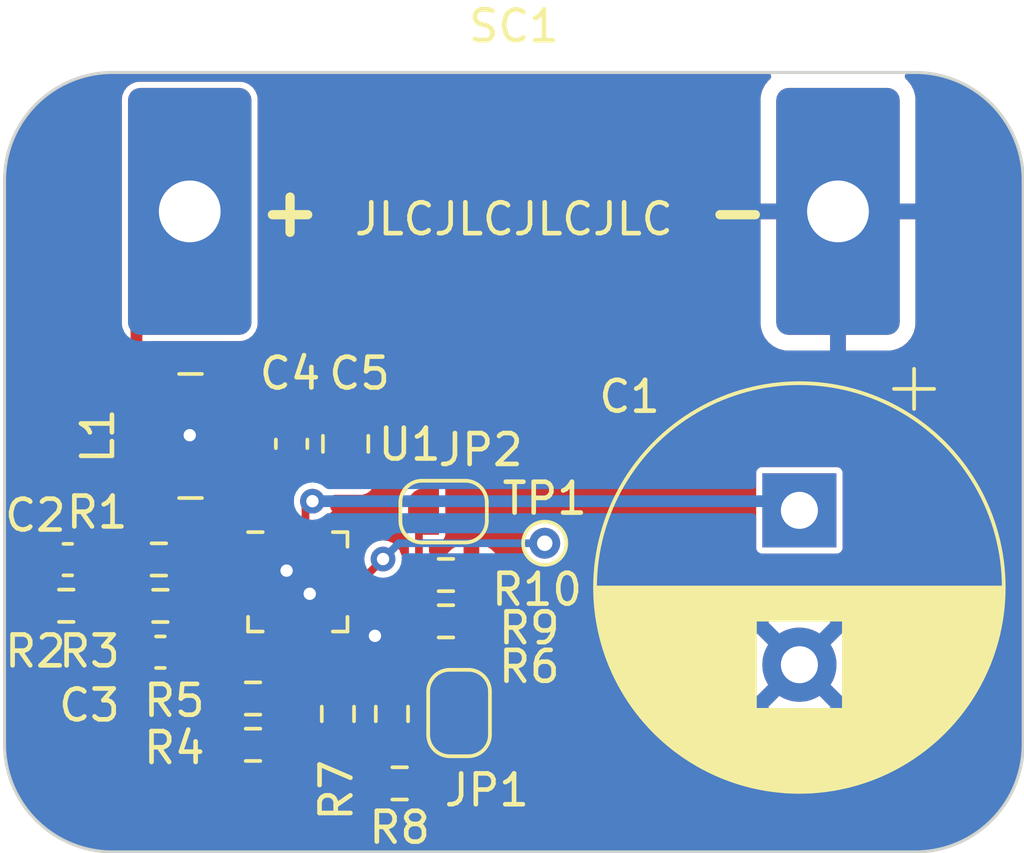
<source format=kicad_pcb>
(kicad_pcb (version 20211014) (generator pcbnew)
  (layers (0 "F.Cu" signal) (31 "B.Cu" signal) (34 "B.Paste" user) (35 "F.Paste" user) (36 "B.SilkS" user "B.Silkscreen") (37 "F.SilkS" user "F.Silkscreen") (38 "B.Mask" user) (39 "F.Mask" user) (44 "Edge.Cuts" user))
  (net 0 "")
  (net 1 "CAP")
  (net 2 "GND")
  (net 3 "SOLAR")
  (net 4 "Net-(C3-Pad2)")
  (net 5 "SOLAR_OUT")
  (net 6 "Net-(JP1-Pad2)")
  (net 7 "Net-(L1-Pad2)")
  (net 8 "Net-(R1-Pad2)")
  (net 9 "Net-(R2-Pad2)")
  (net 10 "Net-(R4-Pad2)")
  (net 11 "Net-(R5-Pad2)")
  (net 12 "Net-(JP2-Pad2)")
  (net 13 "Net-(R6-Pad2)")
  (net 14 "Net-(TP1-Pad1)")
  (footprint "Resistor_SMD:R_0603_1608Metric" (layer "F.Cu") (at 150.550001 119.979998)
    (fp_text reference "R5" (at -2.550001 -1.43) (layer "F.SilkS"))
    (fp_text value "5.1M")
    (fp_line (start -0.237258 0.5225) (end 0.237258 0.5225) (layer "F.SilkS") (width 0.12))
    (fp_line (start -0.237258 -0.5225) (end 0.237258 -0.5225) (layer "F.SilkS") (width 0.12))
    (pad "1" smd roundrect (at -0.825 0) (size 0.8 0.95) (layers "F.Cu" "F.Paste" "F.Mask") (net 10 "Net-(R4-Pad2)"))
    (pad "2" smd roundrect (at 0.825 0) (size 0.8 0.95) (layers "F.Cu" "F.Paste" "F.Mask") (net 11 "Net-(R5-Pad2)"))
  )
  (footprint "Resistor_SMD:R_0603_1608Metric" (layer "F.Cu") (at 153.300001 118.979998 -90)
    (fp_text reference "R7" (at 2.470002 0.050001 90) (layer "F.SilkS"))
    (fp_text value "5.1M")
    (fp_line (start -0.237258 -0.5225) (end 0.237258 -0.5225) (layer "F.SilkS") (width 0.12))
    (fp_line (start -0.237258 0.5225) (end 0.237258 0.5225) (layer "F.SilkS") (width 0.12))
    (pad "1" smd roundrect (at -0.825 0 270) (size 0.8 0.95) (layers "F.Cu" "F.Paste" "F.Mask") (net 13 "Net-(R6-Pad2)"))
    (pad "2" smd roundrect (at 0.825 0 270) (size 0.8 0.95) (layers "F.Cu" "F.Paste" "F.Mask") (net 11 "Net-(R5-Pad2)"))
  )
  (footprint "Capacitor_SMD:C_0603_1608Metric" (layer "F.Cu") (at 151.800001 110.229998 -90)
    (fp_text reference "C4" (at -2.279998 0.050001 180) (layer "F.SilkS"))
    (fp_text value "0.1uF")
    (fp_line (start -0.14058 0.51) (end 0.14058 0.51) (layer "F.SilkS") (width 0.12))
    (fp_line (start -0.14058 -0.51) (end 0.14058 -0.51) (layer "F.SilkS") (width 0.12))
    (pad "1" smd roundrect locked (at -0.775 0 270) (size 0.9 0.95) (layers "F.Cu" "F.Paste" "F.Mask") (net 2 "GND"))
    (pad "2" smd roundrect locked (at 0.775 0 270) (size 0.9 0.95) (layers "F.Cu" "F.Paste" "F.Mask") (net 5 "SOLAR_OUT"))
  )
  (footprint "Capacitor_SMD:C_0603_1608Metric" (layer "F.Cu") (at 147.550001 116.979998)
    (fp_text reference "C3" (at -2.300001 1.720002) (layer "F.SilkS"))
    (fp_text value "10nF")
    (fp_line (start -0.14058 0.51) (end 0.14058 0.51) (layer "F.SilkS") (width 0.12))
    (fp_line (start -0.14058 -0.51) (end 0.14058 -0.51) (layer "F.SilkS") (width 0.12))
    (pad "1" smd roundrect (at -0.775 0) (size 0.9 0.95) (layers "F.Cu" "F.Paste" "F.Mask") (net 2 "GND"))
    (pad "2" smd roundrect (at 0.775 0) (size 0.9 0.95) (layers "F.Cu" "F.Paste" "F.Mask") (net 4 "Net-(C3-Pad2)"))
  )
  (footprint "Jumper:SolderJumper-2_P1.3mm_Open_RoundedPad1.0x1.5mm" (layer "F.Cu") (at 157.224999 118.949995 -90)
    (fp_text reference "JP1" (at 2.5 -0.9) (layer "F.SilkS"))
    (fp_text value "~")
    (fp_line (start 1.4 -0.3) (end 1.4 0.3) (layer "F.SilkS") (width 0.12))
    (fp_line (start -1.4 0.3) (end -1.4 -0.3) (layer "F.SilkS") (width 0.12))
    (fp_line (start -0.7 -1) (end 0.7 -1) (layer "F.SilkS") (width 0.12))
    (fp_line (start 0.7 1) (end -0.7 1) (layer "F.SilkS") (width 0.12))
    (fp_arc (start 1.4 0.3) (mid 1.194975 0.794975) (end 0.7 1) (layer "F.SilkS") (width 0.12))
    (fp_arc (start -0.7 1) (mid -1.194975 0.794975) (end -1.4 0.3) (layer "F.SilkS") (width 0.12))
    (fp_arc (start -1.4 -0.3) (mid -1.194975 -0.794975) (end -0.7 -1) (layer "F.SilkS") (width 0.12))
    (fp_arc (start 0.7 -1) (mid 1.194975 -0.794975) (end 1.4 -0.3) (layer "F.SilkS") (width 0.12))
    (pad "1" smd custom (at -0.65 0 270) (size 1 0.5) (layers "F.Cu" "F.Mask") (net 2 "GND") (options (clearance outline) (anchor rect)) (primitives (gr_circle (center 0 0.25) (end 0.5 0.25) (width 0) (fill yes)) (gr_circle (center 0 -0.25) (end 0.5 -0.25) (width 0) (fill yes)) (gr_poly (pts (xy 0.5 0.75) (xy 0 0.75) (xy 0 -0.75) (xy 0.5 -0.75)) (width 0) (fill yes))))
    (pad "2" smd custom (at 0.65 0 270) (size 1 0.5) (layers "F.Cu" "F.Mask") (net 6 "Net-(JP1-Pad2)") (options (clearance outline) (anchor rect)) (primitives (gr_circle (center 0 0.25) (end 0.5 0.25) (width 0) (fill yes)) (gr_circle (center 0 -0.25) (end 0.5 -0.25) (width 0) (fill yes)) (gr_poly (pts (xy 0 0.75) (xy -0.5 0.75) (xy -0.5 -0.75) (xy 0 -0.75)) (width 0) (fill yes))))
  )
  (footprint "misc:KXOB25-05X3F" (layer "F.Cu") (at 159 102.7)
    (fp_text reference "SC1" (at 0 -6 unlocked) (layer "F.SilkS"))
    (fp_text value "Solar_Cell")
    (fp_text user "+" (at -7.25 0 unlocked) (layer "F.SilkS") (effects (font (size 1.5 1.5) (thickness 0.3))))
    (fp_text user "-" (at 7.25 0 unlocked) (layer "F.SilkS") (effects (font (size 1.5 1.5) (thickness 0.3))))
    (pad "1" thru_hole roundrect (at -10.5 0) (size 4 8) (drill 2) (layers *.Cu "F.Mask") (roundrect_rratio 0.1) (net 3 "SOLAR"))
    (pad "2" thru_hole roundrect (at 10.5 0) (size 4 8) (drill 2) (layers *.Cu "F.Mask") (roundrect_rratio 0.1) (net 2 "GND"))
  )
  (footprint "Resistor_SMD:R_0603_1608Metric" (layer "F.Cu") (at 155.050001 118.979998 -90)
    (fp_text reference "R6" (at -1.529998 -4.449999 180) (layer "F.SilkS"))
    (fp_text value "5.1M")
    (fp_line (start -0.237258 0.5225) (end 0.237258 0.5225) (layer "F.SilkS") (width 0.12))
    (fp_line (start -0.237258 -0.5225) (end 0.237258 -0.5225) (layer "F.SilkS") (width 0.12))
    (pad "1" smd roundrect locked (at -0.825 0 270) (size 0.8 0.95) (layers "F.Cu" "F.Paste" "F.Mask") (net 2 "GND"))
    (pad "2" smd roundrect locked (at 0.825 0 270) (size 0.8 0.95) (layers "F.Cu" "F.Paste" "F.Mask") (net 13 "Net-(R6-Pad2)"))
  )
  (footprint "Resistor_SMD:R_0603_1608Metric" (layer "F.Cu") (at 147.550001 115.479998)
    (fp_text reference "R3" (at -2.300001 1.470002) (layer "F.SilkS"))
    (fp_text value "5.9M")
    (fp_line (start -0.237258 0.5225) (end 0.237258 0.5225) (layer "F.SilkS") (width 0.12))
    (fp_line (start -0.237258 -0.5225) (end 0.237258 -0.5225) (layer "F.SilkS") (width 0.12))
    (pad "1" smd roundrect (at -0.825 0) (size 0.8 0.95) (layers "F.Cu" "F.Paste" "F.Mask") (net 9 "Net-(R2-Pad2)"))
    (pad "2" smd roundrect (at 0.825 0) (size 0.8 0.95) (layers "F.Cu" "F.Paste" "F.Mask") (net 8 "Net-(R1-Pad2)"))
  )
  (footprint "Jumper:SolderJumper-2_P1.3mm_Open_RoundedPad1.0x1.5mm" (layer "F.Cu") (at 156.72452 112.425477 180)
    (fp_text reference "JP2" (at -1.200001 2.000001) (layer "F.SilkS"))
    (fp_text value "SolderJumper_2_Open")
    (fp_line (start -0.7 -1) (end 0.7 -1) (layer "F.SilkS") (width 0.12))
    (fp_line (start 0.7 1) (end -0.7 1) (layer "F.SilkS") (width 0.12))
    (fp_line (start 1.4 -0.3) (end 1.4 0.3) (layer "F.SilkS") (width 0.12))
    (fp_line (start -1.4 0.3) (end -1.4 -0.3) (layer "F.SilkS") (width 0.12))
    (fp_arc (start 0.7 -1) (mid 1.194975 -0.794975) (end 1.4 -0.3) (layer "F.SilkS") (width 0.12))
    (fp_arc (start 1.4 0.3) (mid 1.194975 0.794975) (end 0.7 1) (layer "F.SilkS") (width 0.12))
    (fp_arc (start -0.7 1) (mid -1.194975 0.794975) (end -1.4 0.3) (layer "F.SilkS") (width 0.12))
    (fp_arc (start -1.4 -0.3) (mid -1.194975 -0.794975) (end -0.7 -1) (layer "F.SilkS") (width 0.12))
    (pad "1" smd custom (at -0.65 0 180) (size 1 0.5) (layers "F.Cu" "F.Mask") (net 2 "GND") (options (clearance outline) (anchor rect)) (primitives (gr_circle (center 0 0.25) (end 0.5 0.25) (width 0) (fill yes)) (gr_circle (center 0 -0.25) (end 0.5 -0.25) (width 0) (fill yes)) (gr_poly (pts (xy 0.5 0.75) (xy 0 0.75) (xy 0 -0.75) (xy 0.5 -0.75)) (width 0) (fill yes))))
    (pad "2" smd custom (at 0.65 0 180) (size 1 0.5) (layers "F.Cu" "F.Mask") (net 12 "Net-(JP2-Pad2)") (options (clearance outline) (anchor rect)) (primitives (gr_circle (center 0 0.25) (end 0.5 0.25) (width 0) (fill yes)) (gr_circle (center 0 -0.25) (end 0.5 -0.25) (width 0) (fill yes)) (gr_poly (pts (xy 0 0.75) (xy -0.5 0.75) (xy -0.5 -0.75) (xy 0 -0.75)) (width 0) (fill yes))))
  )
  (footprint "Resistor_SMD:R_0603_1608Metric" (layer "F.Cu") (at 144.499999 115.475476)
    (fp_text reference "R2" (at -0.999999 1.474524) (layer "F.SilkS"))
    (fp_text value "10M")
    (fp_line (start -0.237258 -0.5225) (end 0.237258 -0.5225) (layer "F.SilkS") (width 0.12))
    (fp_line (start -0.237258 0.5225) (end 0.237258 0.5225) (layer "F.SilkS") (width 0.12))
    (pad "1" smd roundrect locked (at -0.825 0) (size 0.8 0.95) (layers "F.Cu" "F.Paste" "F.Mask") (net 2 "GND"))
    (pad "2" smd roundrect locked (at 0.825 0) (size 0.8 0.95) (layers "F.Cu" "F.Paste" "F.Mask") (net 9 "Net-(R2-Pad2)"))
  )
  (footprint "Resistor_SMD:R_0603_1608Metric" (layer "F.Cu") (at 155.300001 121.229998 180)
    (fp_text reference "R8" (at 0 -1.43) (layer "F.SilkS"))
    (fp_text value "1M")
    (fp_line (start -0.237258 -0.5225) (end 0.237258 -0.5225) (layer "F.SilkS") (width 0.12))
    (fp_line (start -0.237258 0.5225) (end 0.237258 0.5225) (layer "F.SilkS") (width 0.12))
    (pad "1" smd roundrect (at -0.825 0 180) (size 0.8 0.95) (layers "F.Cu" "F.Paste" "F.Mask") (net 6 "Net-(JP1-Pad2)"))
    (pad "2" smd roundrect (at 0.825 0 180) (size 0.8 0.95) (layers "F.Cu" "F.Paste" "F.Mask") (net 11 "Net-(R5-Pad2)"))
  )
  (footprint "TestPoint:TestPoint_THTPad_D1.0mm_Drill0.5mm" (layer "F.Cu") (at 160 113.45)
    (fp_text reference "TP1" (at 0 -1.448) (layer "F.SilkS"))
    (fp_text value "VBAT_OK")
    (fp_circle (center 0 0) (end 0 0.7) (layer "F.SilkS") (width 0.12) (fill none))
    (pad "1" thru_hole circle (at 0 0) (size 1 1) (drill 0.5) (layers *.Cu *.Mask) (net 14 "Net-(TP1-Pad1)"))
  )
  (footprint "Package_DFN_QFN:QFN-16-1EP_3x3mm_P0.5mm_EP1.7x1.7mm" (layer "F.Cu") (at 151.999998 114.699995)
    (fp_text reference "U1" (at 3.625002 -4.449995) (layer "F.SilkS"))
    (fp_text value "~")
    (fp_line (start -1.135 1.61) (end -1.61 1.61) (layer "F.SilkS") (width 0.12))
    (fp_line (start -1.135 -1.61) (end -1.61 -1.61) (layer "F.SilkS") (width 0.12))
    (fp_line (start 1.61 1.61) (end 1.61 1.135) (layer "F.SilkS") (width 0.12))
    (fp_line (start 1.135 1.61) (end 1.61 1.61) (layer "F.SilkS") (width 0.12))
    (fp_line (start 1.135 -1.61) (end 1.61 -1.61) (layer "F.SilkS") (width 0.12))
    (fp_line (start -1.61 1.61) (end -1.61 1.135) (layer "F.SilkS") (width 0.12))
    (fp_line (start 1.61 -1.61) (end 1.61 -1.135) (layer "F.SilkS") (width 0.12))
    (pad "1" smd roundrect (at -1.4625 -0.75) (size 0.825 0.25) (layers "F.Cu" "F.Paste" "F.Mask") (net 2 "GND"))
    (pad "2" smd roundrect (at -1.4625 -0.25) (size 0.825 0.25) (layers "F.Cu" "F.Paste" "F.Mask") (net 3 "SOLAR"))
    (pad "3" smd roundrect (at -1.4625 0.25) (size 0.825 0.25) (layers "F.Cu" "F.Paste" "F.Mask") (net 8 "Net-(R1-Pad2)"))
    (pad "4" smd roundrect (at -1.4625 0.75) (size 0.825 0.25) (layers "F.Cu" "F.Paste" "F.Mask") (net 4 "Net-(C3-Pad2)"))
    (pad "5" smd roundrect (at -0.75 1.4625) (size 0.25 0.825) (layers "F.Cu" "F.Paste" "F.Mask") (net 2 "GND"))
    (pad "6" smd roundrect (at -0.25 1.4625) (size 0.25 0.825) (layers "F.Cu" "F.Paste" "F.Mask") (net 10 "Net-(R4-Pad2)"))
    (pad "7" smd roundrect (at 0.25 1.4625) (size 0.25 0.825) (layers "F.Cu" "F.Paste" "F.Mask") (net 11 "Net-(R5-Pad2)"))
    (pad "8" smd roundrect (at 0.75 1.4625) (size 0.25 0.825) (layers "F.Cu" "F.Paste" "F.Mask") (net 13 "Net-(R6-Pad2)"))
    (pad "9" smd roundrect (at 1.4625 0.75) (size 0.825 0.25) (layers "F.Cu" "F.Paste" "F.Mask") (net 6 "Net-(JP1-Pad2)"))
    (pad "10" smd roundrect (at 1.4625 0.25) (size 0.825 0.25) (layers "F.Cu" "F.Paste" "F.Mask") (net 12 "Net-(JP2-Pad2)"))
    (pad "11" smd roundrect (at 1.4625 -0.25) (size 0.825 0.25) (layers "F.Cu" "F.Paste" "F.Mask") (net 14 "Net-(TP1-Pad1)"))
    (pad "12" smd roundrect (at 1.4625 -0.75) (size 0.825 0.25) (layers "F.Cu" "F.Paste" "F.Mask") (net 2 "GND"))
    (pad "13" smd roundrect (at 0.75 -1.4625) (size 0.25 0.825) (layers "F.Cu" "F.Paste" "F.Mask") (net 2 "GND"))
    (pad "14" smd roundrect (at 0.25 -1.4625) (size 0.25 0.825) (layers "F.Cu" "F.Paste" "F.Mask") (net 1 "CAP"))
    (pad "15" smd roundrect (at -0.25 -1.4625) (size 0.25 0.825) (layers "F.Cu" "F.Paste" "F.Mask") (net 5 "SOLAR_OUT"))
    (pad "16" smd roundrect (at -0.75 -1.4625) (size 0.25 0.825) (layers "F.Cu" "F.Paste" "F.Mask") (net 7 "Net-(L1-Pad2)"))
    (pad "17" smd rect (at 0 0) (size 1.7 1.7) (layers "F.Cu" "F.Mask") (net 2 "GND"))
  )
  (footprint "Resistor_SMD:R_0603_1608Metric" (layer "F.Cu") (at 150.550001 118.479998)
    (fp_text reference "R4" (at -2.550001 1.6) (layer "F.SilkS"))
    (fp_text value "5.1M")
    (fp_line (start -0.237258 -0.5225) (end 0.237258 -0.5225) (layer "F.SilkS") (width 0.12))
    (fp_line (start -0.237258 0.5225) (end 0.237258 0.5225) (layer "F.SilkS") (width 0.12))
    (pad "1" smd roundrect (at -0.825 0) (size 0.8 0.95) (layers "F.Cu" "F.Paste" "F.Mask") (net 2 "GND"))
    (pad "2" smd roundrect (at 0.825 0) (size 0.8 0.95) (layers "F.Cu" "F.Paste" "F.Mask") (net 10 "Net-(R4-Pad2)"))
  )
  (footprint "Resistor_SMD:R_0603_1608Metric" (layer "F.Cu") (at 156.800001 114.479998 180)
    (fp_text reference "R9" (at -2.699999 -1.720002) (layer "F.SilkS"))
    (fp_text value "4.12M")
    (fp_line (start -0.237258 0.5225) (end 0.237258 0.5225) (layer "F.SilkS") (width 0.12))
    (fp_line (start -0.237258 -0.5225) (end 0.237258 -0.5225) (layer "F.SilkS") (width 0.12))
    (pad "1" smd roundrect (at -0.825 0 180) (size 0.8 0.95) (layers "F.Cu" "F.Paste" "F.Mask") (net 2 "GND"))
    (pad "2" smd roundrect (at 0.825 0 180) (size 0.8 0.95) (layers "F.Cu" "F.Paste" "F.Mask") (net 12 "Net-(JP2-Pad2)"))
  )
  (footprint "Resistor_SMD:R_0603_1608Metric" (layer "F.Cu") (at 147.499996 113.975476)
    (fp_text reference "R1" (at -1.999996 -1.525476) (layer "F.SilkS"))
    (fp_text value "4.12M")
    (fp_line (start -0.237258 0.5225) (end 0.237258 0.5225) (layer "F.SilkS") (width 0.12))
    (fp_line (start -0.237258 -0.5225) (end 0.237258 -0.5225) (layer "F.SilkS") (width 0.12))
    (pad "1" smd roundrect locked (at -0.825 0) (size 0.8 0.95) (layers "F.Cu" "F.Paste" "F.Mask") (net 3 "SOLAR"))
    (pad "2" smd roundrect locked (at 0.825 0) (size 0.8 0.95) (layers "F.Cu" "F.Paste" "F.Mask") (net 8 "Net-(R1-Pad2)"))
  )
  (footprint "Resistor_SMD:R_0603_1608Metric" (layer "F.Cu") (at 156.800001 115.979998)
    (fp_text reference "R10" (at 2.949999 -1.029998) (layer "F.SilkS"))
    (fp_text value "4.87M")
    (fp_line (start -0.237258 -0.5225) (end 0.237258 -0.5225) (layer "F.SilkS") (width 0.12))
    (fp_line (start -0.237258 0.5225) (end 0.237258 0.5225) (layer "F.SilkS") (width 0.12))
    (pad "1" smd roundrect (at -0.825 0) (size 0.8 0.95) (layers "F.Cu" "F.Paste" "F.Mask") (net 6 "Net-(JP1-Pad2)"))
    (pad "2" smd roundrect (at 0.825 0) (size 0.8 0.95) (layers "F.Cu" "F.Paste" "F.Mask") (net 12 "Net-(JP2-Pad2)"))
  )
  (footprint "Capacitor_THT:CP_Radial_D13.0mm_P5.00mm" (layer "F.Cu") (at 168.25 112.384785 -90)
    (fp_text reference "C1" (at -3.684785 5.5 180) (layer "F.SilkS"))
    (fp_text value "Li Cap")
    (fp_line (start 8.821 -1.931) (end 8.821 1.931) (layer "F.SilkS") (width 0.12))
    (fp_line (start 3.981 -6.413) (end 3.981 -1.44) (layer "F.SilkS") (width 0.12))
    (fp_line (start 3.501 -6.505) (end 3.501 6.505) (layer "F.SilkS") (width 0.12))
    (fp_line (start 8.061 -3.554) (end 8.061 3.554) (layer "F.SilkS") (width 0.12))
    (fp_line (start 6.061 1.44) (end 6.061 5.542) (layer "F.SilkS") (width 0.12))
    (fp_line (start 8.581 -2.579) (end 8.581 2.579) (layer "F.SilkS") (width 0.12))
    (fp_line (start 4.781 -6.175) (end 4.781 -1.44) (layer "F.SilkS") (width 0.12))
    (fp_line (start 4.581 -6.245) (end 4.581 -1.44) (layer "F.SilkS") (width 0.12))
    (fp_line (start 2.9 -6.568) (end 2.9 6.568) (layer "F.SilkS") (width 0.12))
    (fp_line (start 5.341 1.44) (end 5.341 5.94) (layer "F.SilkS") (width 0.12))
    (fp_line (start 3.781 -6.456) (end 3.781 -1.44) (layer "F.SilkS") (width 0.12))
    (fp_line (start 6.661 -5.11) (end 6.661 5.11) (layer "F.SilkS") (width 0.12))
    (fp_line (start 5.341 -5.94) (end 5.341 -1.44) (layer "F.SilkS") (width 0.12))
    (fp_line (start 4.381 1.44) (end 4.381 6.308) (layer "F.SilkS") (width 0.12))
    (fp_line (start 4.221 1.44) (end 4.221 6.353) (layer "F.SilkS") (width 0.12))
    (fp_line (start 4.221 -6.353) (end 4.221 -1.44) (layer "F.SilkS") (width 0.12))
    (fp_line (start 5.941 1.44) (end 5.941 5.617) (layer "F.SilkS") (width 0.12))
    (fp_line (start 3.861 1.44) (end 3.861 6.439) (layer "F.SilkS") (width 0.12))
    (fp_line (start 5.261 -5.978) (end 5.261 -1.44) (layer "F.SilkS") (width 0.12))
    (fp_line (start 3.341 -6.527) (end 3.341 6.527) (layer "F.SilkS") (width 0.12))
    (fp_line (start 8.221 -3.293) (end 8.221 3.293) (layer "F.SilkS") (width 0.12))
    (fp_line (start 3.581 1.44) (end 3.581 6.492) (layer "F.SilkS") (width 0.12))
    (fp_line (start 2.86 -6.571) (end 2.86 6.571) (layer "F.SilkS") (width 0.12))
    (fp_line (start 4.661 -6.218) (end 4.661 -1.44) (layer "F.SilkS") (width 0.12))
    (fp_line (start 4.421 -6.296) (end 4.421 -1.44) (layer "F.SilkS") (width 0.12))
    (fp_line (start 7.021 -4.797) (end 7.021 4.797) (layer "F.SilkS") (width 0.12))
    (fp_line (start 6.221 -5.436) (end 6.221 -1.44) (layer "F.SilkS") (width 0.12))
    (fp_line (start 4.621 1.44) (end 4.621 6.232) (layer "F.SilkS") (width 0.12))
    (fp_line (start 8.141 -3.427) (end 8.141 3.427) (layer "F.SilkS") (width 0.12))
    (fp_line (start 6.781 -5.011) (end 6.781 5.011) (layer "F.SilkS") (width 0.12))
    (fp_line (start 6.981 -4.834) (end 6.981 4.834) (layer "F.SilkS") (width 0.12))
    (fp_line (start 5.981 -5.592) (end 5.981 -1.44) (layer "F.SilkS") (width 0.12))
    (fp_line (start 3.701 -6.471) (end 3.701 -1.44) (layer "F.SilkS") (width 0.12))
    (fp_line (start 7.581 -4.205) (end 7.581 4.205) (layer "F.SilkS") (width 0.12))
    (fp_line (start 7.101 -4.721) (end 7.101 4.721) (layer "F.SilkS") (width 0.12))
    (fp_line (start 4.821 -6.161) (end 4.821 -1.44) (layer "F.SilkS") (width 0.12))
    (fp_line (start 5.101 -6.049) (end 5.101 -1.44) (layer "F.SilkS") (width 0.12))
    (fp_line (start 5.421 1.44) (end 5.421 5.902) (layer "F.SilkS") (width 0.12))
    (fp_line (start 5.821 1.44) (end 5.821 5.688) (layer "F.SilkS") (width 0.12))
    (fp_line (start 4.741 1.44) (end 4.741 6.19) (layer "F.SilkS") (width 0.12))
    (fp_line (start 4.181 -6.364) (end 4.181 -1.44) (layer "F.SilkS") (width 0.12))
    (fp_line (start 4.181 1.44) (end 4.181 6.364) (layer "F.SilkS") (width 0.12))
    (fp_line (start 6.941 -4.871) (end 6.941 4.871) (layer "F.SilkS") (width 0.12))
    (fp_line (start 4.901 -6.13) (end 4.901 -1.44) (layer "F.SilkS") (width 0.12))
    (fp_line (start 3.701 1.44) (end 3.701 6.471) (layer "F.SilkS") (width 0.12))
    (fp_line (start 3.861 -6.439) (end 3.861 -1.44) (layer "F.SilkS") (width 0.12))
    (fp_line (start 7.461 -4.345) (end 7.461 4.345) (layer "F.SilkS") (width 0.12))
    (fp_line (start 4.861 -6.146) (end 4.861 -1.44) (layer "F.SilkS") (width 0.12))
    (fp_line (start 5.781 -5.711) (end 5.781 -1.44) (layer "F.SilkS") (width 0.12))
    (fp_line (start 5.261 1.44) (end 5.261 5.978) (layer "F.SilkS") (width 0.12))
    (fp_line (start 4.101 1.44) (end 4.101 6.384) (layer "F.SilkS") (width 0.12))
    (fp_line (start 4.381 -6.308) (end 4.381 -1.44) (layer "F.SilkS") (width 0.12))
    (fp_line (start 6.821 -4.977) (end 6.821 4.977) (layer "F.SilkS") (width 0.12))
    (fp_line (start 3.941 1.44) (end 3.941 6.422) (layer "F.SilkS") (width 0.12))
    (fp_line (start 5.741 1.44) (end 5.741 5.733) (layer "F.SilkS") (width 0.12))
    (fp_line (start 4.821 1.44) (end 4.821 6.161) (layer "F.SilkS") (width 0.12))
    (fp_line (start -4.584569 -3.715) (end -3.284569 -3.715) (layer "F.SilkS") (width 0.12))
    (fp_line (start 7.741 -4.006) (end 7.741 4.006) (layer "F.SilkS") (width 0.12))
    (fp_line (start 2.7 -6.577) (end 2.7 6.577) (layer "F.SilkS") (width 0.12))
    (fp_line (start 6.301 -5.381) (end 6.301 -1.44) (layer "F.SilkS") (width 0.12))
    (fp_line (start 6.101 -5.516) (end 6.101 -1.44) (layer "F.SilkS") (width 0.12))
    (fp_line (start 8.621 -2.484) (end 8.621 2.484) (layer "F.SilkS") (width 0.12))
    (fp_line (start 2.94 -6.566) (end 2.94 6.566) (layer "F.SilkS") (width 0.12))
    (fp_line (start 4.501 -6.271) (end 4.501 -1.44) (layer "F.SilkS") (width 0.12))
    (fp_line (start 7.061 -4.76) (end 7.061 4.76) (layer "F.SilkS") (width 0.12))
    (fp_line (start 3.02 -6.56) (end 3.02 6.56) (layer "F.SilkS") (width 0.12))
    (fp_line (start 7.661 -4.108) (end 7.661 4.108) (layer "F.SilkS") (width 0.12))
    (fp_line (start 5.941 -5.617) (end 5.941 -1.44) (layer "F.SilkS") (width 0.12))
    (fp_line (start 6.021 1.44) (end 6.021 5.567) (layer "F.SilkS") (width 0.12))
    (fp_line (start 4.021 1.44) (end 4.021 6.404) (layer "F.SilkS") (width 0.12))
    (fp_line (start 3.621 -6.485) (end 3.621 -1.44) (layer "F.SilkS") (width 0.12))
    (fp_line (start 4.261 -6.342) (end 4.261 -1.44) (layer "F.SilkS") (width 0.12))
    (fp_line (start 6.301 1.44) (end 6.301 5.381) (layer "F.SilkS") (width 0.12))
    (fp_line (start 7.421 -4.39) (end 7.421 4.39) (layer "F.SilkS") (width 0.12))
    (fp_line (start 6.341 -5.353) (end 6.341 -1.44) (layer "F.SilkS") (width 0.12))
    (fp_line (start 5.781 1.44) (end 5.781 5.711) (layer "F.SilkS") (width 0.12))
    (fp_line (start 8.261 -3.223) (end 8.261 3.223) (layer "F.SilkS") (width 0.12))
    (fp_line (start 5.301 -5.959) (end 5.301 -1.44) (layer "F.SilkS") (width 0.12))
    (fp_line (start 4.541 -6.258) (end 4.541 -1.44) (layer "F.SilkS") (width 0.12))
    (fp_line (start 4.941 1.44) (end 4.941 6.114) (layer "F.SilkS") (width 0.12))
    (fp_line (start 7.981 -3.675) (end 7.981 3.675) (layer "F.SilkS") (width 0.12))
    (fp_line (start 2.78 -6.575) (end 2.78 6.575) (layer "F.SilkS") (width 0.12))
    (fp_line (start 4.581 1.44) (end 4.581 6.245) (layer "F.SilkS") (width 0.12))
    (fp_line (start 4.981 -6.098) (end 4.981 -1.44) (layer "F.SilkS") (width 0.12))
    (fp_line (start 6.861 -4.942) (end 6.861 4.942) (layer "F.SilkS") (width 0.12))
    (fp_line (start 5.181 -6.014) (end 5.181 -1.44) (layer "F.SilkS") (width 0.12))
    (fp_line (start 7.301 -4.519) (end 7.301 4.519) (layer "F.SilkS") (width 0.12))
    (fp_line (start 4.341 1.44) (end 4.341 6.32) (layer "F.SilkS") (width 0.12))
    (fp_line (start 5.821 -5.688) (end 5.821 -1.44) (layer "F.SilkS") (width 0.12))
    (fp_line (start 6.341 1.44) (end 6.341 5.353) (layer "F.SilkS") (width 0.12))
    (fp_line (start 3.461 -6.511) (end 3.461 6.511) (layer "F.SilkS") (width 0.12))
    (fp_line (start 4.421 1.44) (end 4.421 6.296) (layer "F.SilkS") (width 0.12))
    (fp_line (start 8.701 -2.281) (end 8.701 2.281) (layer "F.SilkS") (width 0.12))
    (fp_line (start 4.541 1.44) (end 4.541 6.258) (layer "F.SilkS") (width 0.12))
    (fp_line (start 4.981 1.44) (end 4.981 6.098) (layer "F.SilkS") (width 0.12))
    (fp_line (start 6.901 -4.907) (end 6.901 4.907) (layer "F.SilkS") (width 0.12))
    (fp_line (start 7.141 -4.682) (end 7.141 4.682) (layer "F.SilkS") (width 0.12))
    (fp_line (start 7.941 -3.733) (end 7.941 3.733) (layer "F.SilkS") (width 0.12))
    (fp_line (start 6.741 -5.044) (end 6.741 5.044) (layer "F.SilkS") (width 0.12))
    (fp_line (start -3.934569 -4.365) (end -3.934569 -3.065) (layer "F.SilkS") (width 0.12))
    (fp_line (start 3.741 -6.463) (end 3.741 -1.44) (layer "F.SilkS") (width 0.12))
    (fp_line (start 6.061 -5.542) (end 6.061 -1.44) (layer "F.SilkS") (width 0.12))
    (fp_line (start 3.661 1.44) (end 3.661 6.478) (layer "F.SilkS") (width 0.12))
    (fp_line (start 6.501 -5.235) (end 6.501 5.235) (layer "F.SilkS") (width 0.12))
    (fp_line (start 5.061 -6.065) (end 5.061 -1.44) (layer "F.SilkS") (width 0.12))
    (fp_line (start 2.54 -6.58) (end 2.54 6.58) (layer "F.SilkS") (width 0.12))
    (fp_line (start 3.941 -6.422) (end 3.941 -1.44) (layer "F.SilkS") (width 0.12))
    (fp_line (start 4.341 -6.32) (end 4.341 -1.44) (layer "F.SilkS") (width 0.12))
    (fp_line (start 4.021 -6.404) (end 4.021 -1.44) (layer "F.SilkS") (width 0.12))
    (fp_line (start 2.98 -6.563) (end 2.98 6.563) (layer "F.SilkS") (width 0.12))
    (fp_line (start 8.541 -2.67) (end 8.541 2.67) (layer "F.SilkS") (width 0.12))
    (fp_line (start 5.381 -5.921) (end 5.381 -1.44) (layer "F.SilkS") (width 0.12))
    (fp_line (start 8.101 -3.491) (end 8.101 3.491) (layer "F.SilkS") (width 0.12))
    (fp_line (start 4.101 -6.384) (end 4.101 -1.44) (layer "F.SilkS") (width 0.12))
    (fp_line (start 8.981 -1.315) (end 8.981 1.315) (layer "F.SilkS") (width 0.12))
    (fp_line (start 6.621 -5.142) (end 6.621 5.142) (layer "F.SilkS") (width 0.12))
    (fp_line (start 4.661 1.44) (end 4.661 6.218) (layer "F.SilkS") (width 0.12))
    (fp_line (start 6.181 1.44) (end 6.181 5.463) (layer "F.SilkS") (width 0.12))
    (fp_line (start 7.901 -3.79) (end 7.901 3.79) (layer "F.SilkS") (width 0.12))
    (fp_line (start 5.861 -5.664) (end 5.861 -1.44) (layer "F.SilkS") (width 0.12))
    (fp_line (start 5.901 -5.641) (end 5.901 -1.44) (layer "F.SilkS") (width 0.12))
    (fp_line (start 4.701 1.44) (end 4.701 6.204) (layer "F.SilkS") (width 0.12))
    (fp_line (start 5.061 1.44) (end 5.061 6.065) (layer "F.SilkS") (width 0.12))
    (fp_line (start 7.381 -4.434) (end 7.381 4.434) (layer "F.SilkS") (width 0.12))
    (fp_line (start 5.501 -5.862) (end 5.501 -1.44) (layer "F.SilkS") (width 0.12))
    (fp_line (start 7.701 -4.057) (end 7.701 4.057) (layer "F.SilkS") (width 0.12))
    (fp_line (start 3.741 1.44) (end 3.741 6.463) (layer "F.SilkS") (width 0.12))
    (fp_line (start 5.141 -6.031) (end 5.141 -1.44) (layer "F.SilkS") (width 0.12))
    (fp_line (start 8.341 -3.078) (end 8.341 3.078) (layer "F.SilkS") (width 0.12))
    (fp_line (start 5.541 1.44) (end 5.541 5.841) (layer "F.SilkS") (width 0.12))
    (fp_line (start 3.581 -6.492) (end 3.581 -1.44) (layer "F.SilkS") (width 0.12))
    (fp_line (start 5.901 1.44) (end 5.901 5.641) (layer "F.SilkS") (width 0.12))
    (fp_line (start 5.221 -5.996) (end 5.221 -1.44) (layer "F.SilkS") (width 0.12))
    (fp_line (start 7.781 -3.954) (end 7.781 3.954) (layer "F.SilkS") (width 0.12))
    (fp_line (start 5.741 -5.733) (end 5.741 -1.44) (layer "F.SilkS") (width 0.12))
    (fp_line (start 7.261 -4.561) (end 7.261 4.561) (layer "F.SilkS") (width 0.12))
    (fp_line (start 3.421 -6.516) (end 3.421 6.516) (layer "F.SilkS") (width 0.12))
    (fp_line (start 6.101 1.44) (end 6.101 5.516) (layer "F.SilkS") (width 0.12))
    (fp_line (start 6.181 -5.463) (end 6.181 -1.44) (layer "F.SilkS") (width 0.12))
    (fp_line (start 3.261 -6.537) (end 3.261 6.537) (layer "F.SilkS") (width 0.12))
    (fp_line (start 4.061 -6.394) (end 4.061 -1.44) (layer "F.SilkS") (width 0.12))
    (fp_line (start 5.501 1.44) (end 5.501 5.862) (layer "F.SilkS") (width 0.12))
    (fp_line (start 5.701 -5.756) (end 5.701 -1.44) (layer "F.SilkS") (width 0.12))
    (fp_line (start 6.261 1.44) (end 6.261 5.409) (layer "F.SilkS") (width 0.12))
    (fp_line (start 5.541 -5.841) (end 5.541 -1.44) (layer "F.SilkS") (width 0.12))
    (fp_line (start 4.781 1.44) (end 4.781 6.175) (layer "F.SilkS") (width 0.12))
    (fp_line (start 5.221 1.44) (end 5.221 5.996) (layer "F.SilkS") (width 0.12))
    (fp_line (start 5.661 1.44) (end 5.661 5.778) (layer "F.SilkS") (width 0.12))
    (fp_line (start 7.861 -3.846) (end 7.861 3.846) (layer "F.SilkS") (width 0.12))
    (fp_line (start 4.501 1.44) (end 4.501 6.271) (layer "F.SilkS") (width 0.12))
    (fp_line (start 3.981 1.44) (end 3.981 6.413) (layer "F.SilkS") (width 0.12))
    (fp_line (start 4.461 1.44) (end 4.461 6.284) (layer "F.SilkS") (width 0.12))
    (fp_line (start 8.421 -2.923) (end 8.421 2.923) (layer "F.SilkS") (width 0.12))
    (fp_line (start 6.701 -5.078) (end 6.701 5.078) (layer "F.SilkS") (width 0.12))
    (fp_line (start 6.541 -5.205) (end 6.541 5.205) (layer "F.SilkS") (width 0.12))
    (fp_line (start 5.621 1.44) (end 5.621 5.799) (layer "F.SilkS") (width 0.12))
    (fp_line (start 4.941 -6.114) (end 4.941 -1.44) (layer "F.SilkS") (width 0.12))
    (fp_line (start 4.461 -6.284) (end 4.461 -1.44) (layer "F.SilkS") (width 0.12))
    (fp_line (start 3.18 -6.545) (end 3.18 6.545) (layer "F.SilkS") (width 0.12))
    (fp_line (start 5.421 -5.902) (end 5.421 -1.44) (layer "F.SilkS") (width 0.12))
    (fp_line (start 5.981 1.44) (end 5.981 5.592) (layer "F.SilkS") (width 0.12))
    (fp_line (start 7.541 -4.253) (end 7.541 4.253) (layer "F.SilkS") (width 0.12))
    (fp_line (start 7.341 -4.477) (end 7.341 4.477) (layer "F.SilkS") (width 0.12))
    (fp_line (start 3.14 -6.549) (end 3.14 6.549) (layer "F.SilkS") (width 0.12))
    (fp_line (start 6.221 1.44) (end 6.221 5.436) (layer "F.SilkS") (width 0.12))
    (fp_line (start 8.901 -1.653) (end 8.901 1.653) (layer "F.SilkS") (width 0.12))
    (fp_line (start 3.541 -6.498) (end 3.541 6.498) (layer "F.SilkS") (width 0.12))
    (fp_line (start 3.221 -6.541) (end 3.221 6.541) (layer "F.SilkS") (width 0.12))
    (fp_line (start 3.621 1.44) (end 3.621 6.485) (layer "F.SilkS") (width 0.12))
    (fp_line (start 5.661 -5.778) (end 5.661 -1.44) (layer "F.SilkS") (width 0.12))
    (fp_line (start 3.901 -6.431) (end 3.901 -1.44) (layer "F.SilkS") (width 0.12))
    (fp_line (start 4.061 1.44) (end 4.061 6.394) (layer "F.SilkS") (width 0.12))
    (fp_line (start 4.141 1.44) (end 4.141 6.374) (layer "F.SilkS") (width 0.12))
    (fp_line (start 8.501 -2.758) (end 8.501 2.758) (layer "F.SilkS") (width 0.12))
    (fp_line (start 5.101 1.44) (end 5.101 6.049) (layer "F.SilkS") (width 0.12))
    (fp_line (start 4.701 -6.204) (end 4.701 -1.44) (layer "F.SilkS") (width 0.12))
    (fp_line (start 4.261 1.44) (end 4.261 6.342) (layer "F.SilkS") (width 0.12))
    (fp_line (start 2.74 -6.576) (end 2.74 6.576) (layer "F.SilkS") (width 0.12))
    (fp_line (start 2.62 -6.579) (end 2.62 6.579) (layer "F.SilkS") (width 0.12))
    (fp_line (start 7.501 -4.299) (end 7.501 4.299) (layer "F.SilkS") (width 0.12))
    (fp_line (start 3.381 -6.522) (end 3.381 6.522) (layer "F.SilkS") (width 0.12))
    (fp_line (start 4.621 -6.232) (end 4.621 -1.44) (layer "F.SilkS") (width 0.12))
    (fp_line (start 6.141 1.44) (end 6.141 5.49) (layer "F.SilkS") (width 0.12))
    (fp_line (start 4.901 1.44) (end 4.901 6.13) (layer "F.SilkS") (width 0.12))
    (fp_line (start 7.221 -4.602) (end 7.221 4.602) (layer "F.SilkS") (width 0.12))
    (fp_line (start 8.181 -3.361) (end 8.181 3.361) (layer "F.SilkS") (width 0.12))
    (fp_line (start 5.301 1.44) (end 5.301 5.959) (layer "F.SilkS") (width 0.12))
    (fp_line (start 3.781 1.44) (end 3.781 6.456) (layer "F.SilkS") (width 0.12))
    (fp_line (start 4.861 1.44) (end 4.861 6.146) (layer "F.SilkS") (width 0.12))
    (fp_line (start 9.021 -1.107) (end 9.021 1.107) (layer "F.SilkS") (width 0.12))
    (fp_line (start 5.381 1.44) (end 5.381 5.921) (layer "F.SilkS") (width 0.12))
    (fp_line (start 4.741 -6.19) (end 4.741 -1.44) (layer "F.SilkS") (width 0.12))
    (fp_line (start 5.621 -5.799) (end 5.621 -1.44) (layer "F.SilkS") (width 0.12))
    (fp_line (start 4.141 -6.374) (end 4.141 -1.44) (layer "F.SilkS") (width 0.12))
    (fp_line (start 3.661 -6.478) (end 3.661 -1.44) (layer "F.SilkS") (width 0.12))
    (fp_line (start 5.461 -5.882) (end 5.461 -1.44) (layer "F.SilkS") (width 0.12))
    (fp_line (start 6.021 -5.567) (end 6.021 -1.44) (layer "F.SilkS") (width 0.12))
    (fp_line (start 5.461 1.44) (end 5.461 5.882) (layer "F.SilkS") (width 0.12))
    (fp_line (start 3.06 -6.557) (end 3.06 6.557) (layer "F.SilkS") (width 0.12))
    (fp_line (start 7.821 -3.9) (end 7.821 3.9) (layer "F.SilkS") (width 0.12))
    (fp_line (start 6.141 -5.49) (end 6.141 -1.44) (layer "F.SilkS") (width 0.12))
    (fp_line (start 8.021 -3.615) (end 8.021 3.615) (layer "F.SilkS") (width 0.12))
    (fp_line (start 3.301 -6.532) (end 3.301 6.532) (layer "F.SilkS") (width 0.12))
    (fp_line (start 8.861 -1.798) (end 8.861 1.798) (layer "F.SilkS") (width 0.12))
    (fp_line (start 5.581 -5.82) (end 5.581 -1.44) (layer "F.SilkS") (width 0.12))
    (fp_line (start 6.461 -5.265) (end 6.461 5.265) (layer "F.SilkS") (width 0.12))
    (fp_line (start 2.66 -6.579) (end 2.66 6.579) (layer "F.SilkS") (width 0.12))
    (fp_line (start 3.901 1.44) (end 3.901 6.431) (layer "F.SilkS") (width 0.12))
    (fp_line (start 8.941 -1.494) (end 8.941 1.494) (layer "F.SilkS") (width 0.12))
    (fp_line (start 6.421 -5.295) (end 6.421 -1.44) (layer "F.SilkS") (width 0.12))
    (fp_line (start 6.421 1.44) (end 6.421 5.295) (layer "F.SilkS") (width 0.12))
    (fp_line (start 7.621 -4.157) (end 7.621 4.157) (layer "F.SilkS") (width 0.12))
    (fp_line (start 8.461 -2.842) (end 8.461 2.842) (layer "F.SilkS") (width 0.12))
    (fp_line (start 5.701 1.44) (end 5.701 5.756) (layer "F.SilkS") (width 0.12))
    (fp_line (start 2.5 -6.58) (end 2.5 6.58) (layer "F.SilkS") (width 0.12))
    (fp_line (start 4.301 -6.331) (end 4.301 -1.44) (layer "F.SilkS") (width 0.12))
    (fp_line (start 2.58 -6.58) (end 2.58 6.58) (layer "F.SilkS") (width 0.12))
    (fp_line (start 8.301 -3.152) (end 8.301 3.152) (layer "F.SilkS") (width 0.12))
    (fp_line (start 6.261 -5.409) (end 6.261 -1.44) (layer "F.SilkS") (width 0.12))
    (fp_line (start 8.661 -2.385) (end 8.661 2.385) (layer "F.SilkS") (width 0.12))
    (fp_line (start 8.781 -2.055) (end 8.781 2.055) (layer "F.SilkS") (width 0.12))
    (fp_line (start 9.061 -0.85) (end 9.061 0.85) (layer "F.SilkS") (width 0.12))
    (fp_line (start 3.1 -6.553) (end 3.1 6.553) (layer "F.SilkS") (width 0.12))
    (fp_line (start 9.101 -0.475) (end 9.101 0.475) (layer "F.SilkS") (width 0.12))
    (fp_line (start 2.82 -6.573) (end 2.82 6.573) (layer "F.SilkS") (width 0.12))
    (fp_line (start 8.741 -2.171) (end 8.741 2.171) (layer "F.SilkS") (width 0.12))
    (fp_line (start 5.141 1.44) (end 5.141 6.031) (layer "F.SilkS") (width 0.12))
    (fp_line (start 6.381 1.44) (end 6.381 5.324) (layer "F.SilkS") (width 0.12))
    (fp_line (start 5.021 -6.082) (end 5.021 -1.44) (layer "F.SilkS") (width 0.12))
    (fp_line (start 5.021 1.44) (end 5.021 6.082) (layer "F.SilkS") (width 0.12))
    (fp_line (start 5.181 1.44) (end 5.181 6.014) (layer "F.SilkS") (width 0.12))
    (fp_line (start 6.381 -5.324) (end 6.381 -1.44) (layer "F.SilkS") (width 0.12))
    (fp_line (start 5.581 1.44) (end 5.581 5.82) (layer "F.SilkS") (width 0.12))
    (fp_line (start 4.301 1.44) (end 4.301 6.331) (layer "F.SilkS") (width 0.12))
    (fp_line (start 8.381 -3.002) (end 8.381 3.002) (layer "F.SilkS") (width 0.12))
    (fp_line (start 7.181 -4.643) (end 7.181 4.643) (layer "F.SilkS") (width 0.12))
    (fp_line (start 5.861 1.44) (end 5.861 5.664) (layer "F.SilkS") (width 0.12))
    (fp_line (start 6.581 -5.174) (end 6.581 5.174) (layer "F.SilkS") (width 0.12))
    (fp_line (start 3.821 1.44) (end 3.821 6.448) (layer "F.SilkS") (width 0.12))
    (fp_line (start 3.821 -6.448) (end 3.821 -1.44) (layer "F.SilkS") (width 0.12))
    (fp_circle (center 2.5 0) (end 9.12 0) (layer "F.SilkS") (width 0.12) (fill none))
    (pad "1" thru_hole rect (at 0 0 270) (size 2.4 2.4) (drill 1.2) (layers *.Cu *.Mask) (net 1 "CAP"))
    (pad "2" thru_hole circle (at 5 0 270) (size 2.4 2.4) (drill 1.2) (layers *.Cu *.Mask) (net 2 "GND"))
  )
  (footprint "Capacitor_SMD:C_0603_1608Metric" (layer "F.Cu") (at 144.550001 113.979998)
    (fp_text reference "C2" (at -1.050001 -1.43) (layer "F.SilkS"))
    (fp_text value "4.7uF")
    (fp_line (start -0.14058 0.51) (end 0.14058 0.51) (layer "F.SilkS") (width 0.12))
    (fp_line (start -0.14058 -0.51) (end 0.14058 -0.51) (layer "F.SilkS") (width 0.12))
    (pad "1" smd roundrect (at -0.775 0) (size 0.9 0.95) (layers "F.Cu" "F.Paste" "F.Mask") (net 2 "GND"))
    (pad "2" smd roundrect (at 0.775 0) (size 0.9 0.95) (layers "F.Cu" "F.Paste" "F.Mask") (net 3 "SOLAR"))
  )
  (footprint "Capacitor_SMD:C_0805_2012Metric" (layer "F.Cu") (at 153.550001 110.229998 90)
    (fp_text reference "C5" (at 2.279998 0.449999 180) (layer "F.SilkS"))
    (fp_text value "47uF")
    (fp_line (start -0.261252 0.735) (end 0.261252 0.735) (layer "F.SilkS") (width 0.12))
    (fp_line (start -0.261252 -0.735) (end 0.261252 -0.735) (layer "F.SilkS") (width 0.12))
    (pad "1" smd roundrect (at -0.95 0 90) (size 1 1.45) (layers "F.Cu" "F.Paste" "F.Mask") (net 5 "SOLAR_OUT"))
    (pad "2" smd roundrect (at 0.95 0 90) (size 1 1.45) (layers "F.Cu" "F.Paste" "F.Mask") (net 2 "GND"))
  )
  (footprint "Inductor_SMD:L_Wuerth_WE-TPC-3816" (layer "F.Cu") (at 148.524522 109.975475 90)
    (fp_text reference "L1" (at 0 -3 90) (layer "F.SilkS"))
    (fp_text value "22uH")
    (fp_line (start -2.01 0.37) (end -2.01 -0.37) (layer "F.SilkS") (width 0.12))
    (fp_line (start 2.01 -0.37) (end 2.01 0.37) (layer "F.SilkS") (width 0.12))
    (pad "1" smd custom (at 0 -1.75 90) (size 0.7 0.7) (layers "F.Cu" "F.Paste" "F.Mask") (net 3 "SOLAR") (options (clearance outline) (anchor circle)) (primitives (gr_poly (pts (xy 2.15 1.2) (xy 1.177922 1.2) (xy 1.064578 1.003895) (xy 0.918917 0.830439) (xy 0.745359 0.684899) (xy 0.549174 0.571693) (xy 0.336318 0.494257) (xy 0.113252 0.454942) (xy -0.113252 0.454942) (xy -0.336318 0.494257) (xy -0.549174 0.571693) (xy -0.745359 0.684899) (xy -0.918917 0.830439) (xy -1.064578 1.003895) (xy -1.177922 1.2) (xy -2.15 1.2) (xy -2.15 -0.4) (xy 2.15 -0.4)) (width 0) (fill yes))))
    (pad "2" smd custom (at 0 1.75 90) (size 0.7 0.7) (layers "F.Cu" "F.Paste" "F.Mask") (net 7 "Net-(L1-Pad2)") (options (clearance outline) (anchor circle)) (primitives (gr_poly (pts (xy -1.064578 -1.003895) (xy -0.918917 -0.830439) (xy -0.745359 -0.684899) (xy -0.549174 -0.571693) (xy -0.336318 -0.494257) (xy -0.113252 -0.454942) (xy 0.113252 -0.454942) (xy 0.336318 -0.494257) (xy 0.549174 -0.571693) (xy 0.745359 -0.684899) (xy 0.918917 -0.830439) (xy 1.064578 -1.003895) (xy 1.177922 -1.2) (xy 2.15 -1.2) (xy 2.15 0.4) (xy -2.15 0.4) (xy -2.15 -1.2) (xy -1.177922 -1.2)) (width 0) (fill yes))))
  )
  (gr_line (start 146 98.200002) (end 172 98.200002) (layer "Edge.Cuts") (width 0.1))
  (gr_arc (start 172 98.200002) (mid 174.474872 99.225128) (end 175.499998 101.7) (layer "Edge.Cuts") (width 0.1))
  (gr_line (start 175.499998 101.7) (end 175.499998 119.95) (layer "Edge.Cuts") (width 0.1))
  (gr_arc (start 146 123.449998) (mid 143.525128 122.424872) (end 142.500002 119.95) (layer "Edge.Cuts") (width 0.1))
  (gr_line (start 142.500002 119.95) (end 142.500002 101.7) (layer "Edge.Cuts") (width 0.1))
  (gr_arc (start 175.499998 119.95) (mid 174.474872 122.424872) (end 172 123.449998) (layer "Edge.Cuts") (width 0.1))
  (gr_line (start 172 123.449998) (end 146 123.449998) (layer "Edge.Cuts") (width 0.1))
  (gr_arc (start 142.500002 101.7) (mid 143.525128 99.225128) (end 146 98.200002) (layer "Edge.Cuts") (width 0.1))
  (gr_text "JLCJLCJLCJLC" (at 159 102.95) (layer "F.SilkS") (effects (font (size 1 1))))
  (segment (start 152.249994 113.237494) (end 152.25 112.311755) (width 0.25) (layer "F.Cu") (net 1))
  (segment (start 152.25 112.311755) (end 152.4745 112.087259) (width 0.25) (layer "F.Cu") (net 1))
  (via (at 152.4745 112.087259) (size 0.8) (drill 0.4) (layers "F.Cu" "B.Cu") (net 1))
  (segment (start 168.25 112.384785) (end 167.952474 112.087259) (width 0.381) (layer "B.Cu") (net 1))
  (segment (start 167.952474 112.087259) (end 152.4745 112.087259) (width 0.381) (layer "B.Cu") (net 1))
  (segment (start 152.749998 113.237495) (end 152.749998 112.949999) (width 0.25) (layer "F.Cu") (net 2))
  (segment (start 150.537501 113.949994) (end 150.562022 113.974514) (width 0.25) (layer "F.Cu") (net 2))
  (segment (start 150.537501 113.949994) (end 150.25 113.949996) (width 0.25) (layer "F.Cu") (net 2))
  (segment (start 151.925001 109.249997) (end 151.749996 109.424996) (width 0.25) (layer "F.Cu") (net 2))
  (segment (start 151.27452 115.425477) (end 151.999998 114.699995) (width 0.25) (layer "F.Cu") (net 2))
  (segment (start 150.25 113.949996) (end 149.637257 113.337255) (width 0.25) (layer "F.Cu") (net 2))
  (segment (start 153.462501 113.949998) (end 152.75 113.95) (width 0.25) (layer "F.Cu") (net 2))
  (segment (start 153.750004 113.949996) (end 154.5 113.2) (width 0.25) (layer "F.Cu") (net 2))
  (segment (start 151.25 116.162494) (end 151.27452 116.137978) (width 0.25) (layer "F.Cu") (net 2))
  (segment (start 153.500003 109.250001) (end 151.925001 109.249997) (width 0.25) (layer "F.Cu") (net 2))
  (segment (start 151.27452 116.137978) (end 151.27452 115.425477) (width 0.25) (layer "F.Cu") (net 2))
  (segment (start 151.637262 114.337255) (end 151.999998 114.699995) (width 0.25) (layer "F.Cu") (net 2))
  (segment (start 153.462501 113.949996) (end 153.750004 113.949996) (width 0.25) (layer "F.Cu") (net 2))
  (segment (start 150.562022 113.974514) (end 151.274518 113.974516) (width 0.25) (layer "F.Cu") (net 2))
  (segment (start 152.75 113.95) (end 151.999998 114.699995) (width 0.25) (layer "F.Cu") (net 2))
  (segment (start 152.749998 112.949999) (end 153.324521 112.375477) (width 0.25) (layer "F.Cu") (net 2))
  (segment (start 152.75 113.237493) (end 152.75 113.95) (width 0.25) (layer "F.Cu") (net 2))
  (segment (start 151.274518 113.974516) (end 151.637262 114.337255) (width 0.25) (layer "F.Cu") (net 2))
  (via (at 152.38726 115.087254) (size 0.8) (drill 0.4) (layers "F.Cu" "B.Cu") (net 2))
  (via (at 151.637262 114.337255) (size 0.8) (drill 0.4) (layers "F.Cu" "B.Cu") (net 2))
  (via (at 154.5 116.45) (size 0.8) (drill 0.4) (layers "F.Cu" "B.Cu") (net 2))
  (via (at 148.5 109.95) (size 0.8) (drill 0.4) (layers "F.Cu" "B.Cu") (net 2))
  (segment (start 146.674998 113.024999) (end 146.674997 110.075001) (width 0.381) (layer "F.Cu") (net 3))
  (segment (start 150.016303 114.449999) (end 148.591782 113.025476) (width 0.25) (layer "F.Cu") (net 3))
  (segment (start 145.29952 113.975478) (end 146.674998 113.975476) (width 0.381) (layer "F.Cu") (net 3))
  (segment (start 146.674998 113.975476) (end 146.674998 113.024999) (width 0.381) (layer "F.Cu") (net 3))
  (segment (start 146.774522 109.975475) (end 146.774522 104.425478) (width 0.381) (layer "F.Cu") (net 3))
  (segment (start 150.5375 114.449995) (end 150.016303 114.449999) (width 0.25) (layer "F.Cu") (net 3))
  (segment (start 146.675474 113.025477) (end 146.674998 113.024999) (width 0.381) (layer "F.Cu") (net 3))
  (segment (start 146.774522 109.975475) (end 146.774522 107.204519) (width 0.381) (layer "F.Cu") (net 3))
  (segment (start 146.674997 113.975474) (end 146.824998 113.975474) (width 0.25) (layer "F.Cu") (net 3))
  (segment (start 148.591782 113.025476) (end 146.675474 113.025477) (width 0.381) (layer "F.Cu") (net 3))
  (segment (start 146.774522 104.425478) (end 148.5 102.7) (width 0.381) (layer "F.Cu") (net 3))
  (segment (start 146.674997 110.075001) (end 146.774522 109.975475) (width 0.381) (layer "F.Cu") (net 3))
  (segment (start 150.537501 115.449996) (end 149.825003 115.449998) (width 0.25) (layer "F.Cu") (net 4))
  (segment (start 149.825003 115.449998) (end 148.29952 116.975476) (width 0.25) (layer "F.Cu") (net 4))
  (segment (start 153.499998 111.149997) (end 151.925005 111.149994) (width 0.25) (layer "F.Cu") (net 5))
  (segment (start 151.749998 110.974994) (end 151.750002 113.237496) (width 0.25) (layer "F.Cu") (net 5))
  (segment (start 151.925005 111.149994) (end 151.749998 110.974994) (width 0.25) (layer "F.Cu") (net 5))
  (segment (start 155.925001 119.549997) (end 155.925001 115.949995) (width 0.25) (layer "F.Cu") (net 6))
  (segment (start 155.974998 119.599995) (end 155.925001 119.549997) (width 0.25) (layer "F.Cu") (net 6))
  (segment (start 155.925001 121.224998) (end 155.925001 119.549997) (width 0.25) (layer "F.Cu") (net 6))
  (segment (start 157.224999 119.599995) (end 155.974998 119.599995) (width 0.25) (layer "F.Cu") (net 6))
  (segment (start 156.149999 121.449996) (end 155.925001 121.224998) (width 0.25) (layer "F.Cu") (net 6))
  (segment (start 155.424998 115.449994) (end 155.925002 115.949998) (width 0.25) (layer "F.Cu") (net 6))
  (segment (start 153.462496 115.449996) (end 155.424998 115.449994) (width 0.25) (layer "F.Cu") (net 6))
  (segment (start 150.249999 111.449993) (end 150.250003 108.449998) (width 0.25) (layer "F.Cu") (net 7))
  (segment (start 151.250001 112.449995) (end 150.249999 111.449993) (width 0.25) (layer "F.Cu") (net 7))
  (segment (start 151.249998 113.237498) (end 151.250001 112.449995) (width 0.25) (layer "F.Cu") (net 7))
  (segment (start 150.537501 114.949991) (end 148.324997 114.949993) (width 0.25) (layer "F.Cu") (net 8))
  (segment (start 148.324997 114.949993) (end 148.325 113.975476) (width 0.25) (layer "F.Cu") (net 8))
  (segment (start 148.324997 114.949993) (end 148.324999 115.475475) (width 0.25) (layer "F.Cu") (net 8))
  (segment (start 145.324999 115.475475) (end 146.674999 115.475477) (width 0.25) (layer "F.Cu") (net 9))
  (segment (start 151.325 118.449993) (end 151.174997 118.449997) (width 0.25) (layer "F.Cu") (net 10))
  (segment (start 151.750002 118.024998) (end 151.325 118.449993) (width 0.25) (layer "F.Cu") (net 10))
  (segment (start 151.750001 116.162495) (end 151.750002 118.024998) (width 0.25) (layer "F.Cu") (net 10))
  (segment (start 151.174997 118.449997) (end 149.675 119.949996) (width 0.25) (layer "F.Cu") (net 10))
  (segment (start 152.249997 116.162494) (end 152.250002 119.949997) (width 0.25) (layer "F.Cu") (net 11))
  (segment (start 154.475001 120.979998) (end 153.300001 119.804998) (width 0.25) (layer "F.Cu") (net 11))
  (segment (start 152.250002 119.949997) (end 152.395001 119.804998) (width 0.25) (layer "F.Cu") (net 11))
  (segment (start 152.395001 119.804998) (end 153.300001 119.804998) (width 0.25) (layer "F.Cu") (net 11))
  (segment (start 154.499999 121.449994) (end 154.499999 121.004996) (width 0.25) (layer "F.Cu") (net 11))
  (segment (start 154.475001 121.229998) (end 154.475001 120.979998) (width 0.25) (layer "F.Cu") (net 11))
  (segment (start 151.324997 119.949998) (end 152.250002 119.949997) (width 0.25) (layer "F.Cu") (net 11))
  (segment (start 155.924998 112.624997) (end 156.100001 112.449998) (width 0.25) (layer "F.Cu") (net 12))
  (segment (start 155.925001 114.449998) (end 156.075 114.449997) (width 0.25) (layer "F.Cu") (net 12))
  (segment (start 153.462502 114.949994) (end 155.425001 114.949995) (width 0.25) (layer "F.Cu") (net 12))
  (segment (start 155.925001 114.449998) (end 155.924998 112.624997) (width 0.25) (layer "F.Cu") (net 12))
  (segment (start 156.075 114.449997) (end 157.575001 115.949996) (width 0.25) (layer "F.Cu") (net 12))
  (segment (start 155.425001 114.949995) (end 155.925001 114.449998) (width 0.25) (layer "F.Cu") (net 12))
  (segment (start 152.749996 117.604993) (end 152.749996 116.162495) (width 0.25) (layer "F.Cu") (net 13))
  (segment (start 155.050001 119.804998) (end 154.950001 119.804998) (width 0.25) (layer "F.Cu") (net 13))
  (segment (start 154.950001 119.804998) (end 152.749996 117.604993) (width 0.25) (layer "F.Cu") (net 13))
  (segment (start 154.274603 114.449995) (end 154.762299 113.962299) (width 0.25) (layer "F.Cu") (net 14))
  (segment (start 153.462498 114.449995) (end 154.274603 114.449995) (width 0.25) (layer "F.Cu") (net 14))
  (via (at 154.762299 113.962299) (size 0.8) (drill 0.4) (layers "F.Cu" "B.Cu") (net 14))
  (segment (start 154.762299 113.962299) (end 155.274598 113.45) (width 0.25) (layer "B.Cu") (net 14))
  (segment (start 155.274598 113.45) (end 160 113.45) (width 0.25) (layer "B.Cu") (net 14))
  (zone (net 2) (net_name "GND") (layers F&B.Cu) (connect_pads (clearance 0)) (min_thickness 0.254) (fill yes (thermal_gap 0.508) (thermal_bridge_width 0.508))
    (polygon (pts (xy 175.5 123.45) (xy 142.5 123.45) (xy 142.5 98.2) (xy 175.5 98.2)))
  )
)
</source>
